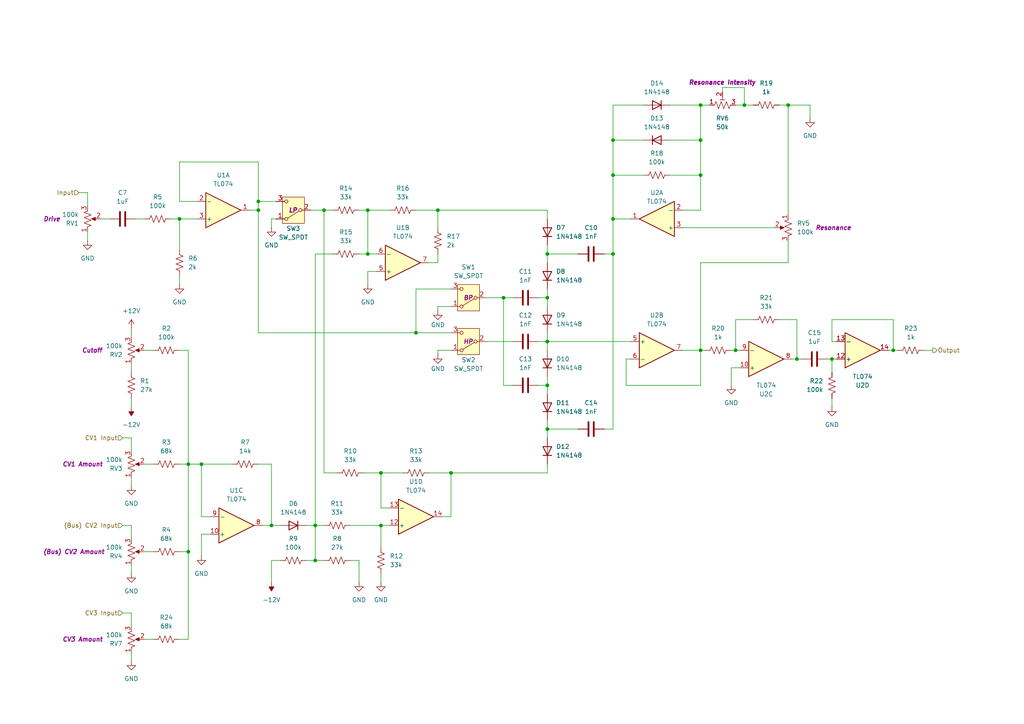
<source format=kicad_sch>
(kicad_sch (version 20231120) (generator "eeschema") (generator_version "8.0")
  (paper "A4")
  (title_block (company "DMH Instruments") (comment 1 "PCB for 10cm Kosmo format synthesizer module"))
  (lib_symbols
    (symbol "Amplifier_Operational:TL074" (pin_names (offset 0.127))
      (property "Reference" "U" (at 0 5.08 0))
      (property "Value" "TL074" (at 0 -5.08 0))
      (symbol "TL074_1_1"
        (polyline (pts (xy -5.08 5.08) (xy 5.08 0) (xy -5.08 -5.08) (xy -5.08 5.08)) (stroke (width 0.254)) (fill (type background)))
        (pin output line (at 7.62 0 180) (length 2.54) (name "~") (number "1"))
        (pin input line (at -7.62 -2.54 0) (length 2.54) (name "-") (number "2"))
        (pin input line (at -7.62 2.54 0) (length 2.54) (name "+") (number "3"))
      )
      (symbol "TL074_2_1"
        (polyline (pts (xy -5.08 5.08) (xy 5.08 0) (xy -5.08 -5.08) (xy -5.08 5.08)) (stroke (width 0.254)) (fill (type background)))
        (pin input line (at -7.62 2.54 0) (length 2.54) (name "+") (number "5"))
        (pin input line (at -7.62 -2.54 0) (length 2.54) (name "-") (number "6"))
        (pin output line (at 7.62 0 180) (length 2.54) (name "~") (number "7"))
      )
      (symbol "TL074_3_1"
        (polyline (pts (xy -5.08 5.08) (xy 5.08 0) (xy -5.08 -5.08) (xy -5.08 5.08)) (stroke (width 0.254)) (fill (type background)))
        (pin input line (at -7.62 2.54 0) (length 2.54) (name "+") (number "10"))
        (pin output line (at 7.62 0 180) (length 2.54) (name "~") (number "8"))
        (pin input line (at -7.62 -2.54 0) (length 2.54) (name "-") (number "9"))
      )
      (symbol "TL074_4_1"
        (polyline (pts (xy -5.08 5.08) (xy 5.08 0) (xy -5.08 -5.08) (xy -5.08 5.08)) (stroke (width 0.254)) (fill (type background)))
        (pin input line (at -7.62 2.54 0) (length 2.54) (name "+") (number "12"))
        (pin input line (at -7.62 -2.54 0) (length 2.54) (name "-") (number "13"))
        (pin output line (at 7.62 0 180) (length 2.54) (name "~") (number "14"))
      )
      (symbol "TL074_5_1"
        (pin power_in line (at -2.54 -7.62 90) (length 3.81) (name "V-") (number "11"))
        (pin power_in line (at -2.54 7.62 270) (length 3.81) (name "V+") (number "4"))
      )
    )
    (symbol "Device:C" (pin_numbers hide) (pin_names (offset 0.254))
      (property "Reference" "C" (at 0.635 2.54 0))
      (property "Value" "C" (at 0.635 -2.54 0))
      (symbol "C_0_1"
        (polyline (pts (xy -2.032 -0.762) (xy 2.032 -0.762)) (stroke (width 0.508)))
        (polyline (pts (xy -2.032 0.762) (xy 2.032 0.762)) (stroke (width 0.508)))
      )
      (symbol "C_1_1"
        (pin passive line (at 0 3.81 270) (length 2.794) (name "~") (number "1"))
        (pin passive line (at 0 -3.81 90) (length 2.794) (name "~") (number "2"))
      )
    )
    (symbol "Device:R_Potentiometer_Trim_US" (pin_names (offset 1.016) hide)
      (property "Reference" "RV" (at -4.445 0 90))
      (property "Value" "R_Potentiometer_Trim_US" (at -2.54 0 90))
      (symbol "R_Potentiometer_Trim_US_0_1"
        (polyline (pts (xy 0 -2.286) (xy 0 -2.54)))
        (polyline (pts (xy 0 2.286) (xy 0 2.54)))
        (polyline (pts (xy 1.524 0.762) (xy 1.524 -0.762)))
        (polyline (pts (xy 2.54 0) (xy 1.524 0)))
        (polyline (pts (xy 0 -0.762) (xy 1.016 -1.143) (xy 0 -1.524) (xy -1.016 -1.905) (xy 0 -2.286)))
        (polyline (pts (xy 0 0.762) (xy 1.016 0.381) (xy 0 0) (xy -1.016 -0.381) (xy 0 -0.762)))
        (polyline (pts (xy 0 2.286) (xy 1.016 1.905) (xy 0 1.524) (xy -1.016 1.143) (xy 0 0.762)))
      )
      (symbol "R_Potentiometer_Trim_US_1_1"
        (pin passive line (at 0 3.81 270) (length 1.27) (name "1") (number "1"))
        (pin passive line (at 3.81 0 180) (length 1.27) (name "2") (number "2"))
        (pin passive line (at 0 -3.81 90) (length 1.27) (name "3") (number "3"))
      )
    )
    (symbol "Device:R_Potentiometer_US" (pin_names (offset 1.016) hide)
      (property "Reference" "RV" (at -4.445 0 90))
      (property "Value" "R_Potentiometer_US" (at -2.54 0 90))
      (symbol "R_Potentiometer_US_0_1"
        (polyline (pts (xy 0 -2.286) (xy 0 -2.54)))
        (polyline (pts (xy 0 2.54) (xy 0 2.286)))
        (polyline (pts (xy 2.54 0) (xy 1.524 0)))
        (polyline (pts (xy 1.143 0) (xy 2.286 0.508) (xy 2.286 -0.508) (xy 1.143 0)) (fill (type outline)))
        (polyline (pts (xy 0 -0.762) (xy 1.016 -1.143) (xy 0 -1.524) (xy -1.016 -1.905) (xy 0 -2.286)))
        (polyline (pts (xy 0 0.762) (xy 1.016 0.381) (xy 0 0) (xy -1.016 -0.381) (xy 0 -0.762)))
        (polyline (pts (xy 0 2.286) (xy 1.016 1.905) (xy 0 1.524) (xy -1.016 1.143) (xy 0 0.762)))
      )
      (symbol "R_Potentiometer_US_1_1"
        (pin passive line (at 0 3.81 270) (length 1.27) (name "1") (number "1"))
        (pin passive line (at 3.81 0 180) (length 1.27) (name "2") (number "2"))
        (pin passive line (at 0 -3.81 90) (length 1.27) (name "3") (number "3"))
      )
    )
    (symbol "Device:R_US" (pin_numbers hide) (pin_names (offset 0))
      (property "Reference" "R" (at 2.54 0 90))
      (property "Value" "R_US" (at -2.54 0 90))
      (symbol "R_US_0_1"
        (polyline (pts (xy 0 -2.286) (xy 0 -2.54)))
        (polyline (pts (xy 0 2.286) (xy 0 2.54)))
        (polyline (pts (xy 0 -0.762) (xy 1.016 -1.143) (xy 0 -1.524) (xy -1.016 -1.905) (xy 0 -2.286)))
        (polyline (pts (xy 0 0.762) (xy 1.016 0.381) (xy 0 0) (xy -1.016 -0.381) (xy 0 -0.762)))
        (polyline (pts (xy 0 2.286) (xy 1.016 1.905) (xy 0 1.524) (xy -1.016 1.143) (xy 0 0.762)))
      )
      (symbol "R_US_1_1"
        (pin passive line (at 0 3.81 270) (length 1.27) (name "~") (number "1"))
        (pin passive line (at 0 -3.81 90) (length 1.27) (name "~") (number "2"))
      )
    )
    (symbol "Diode:1N4148" (pin_numbers hide) (pin_names hide)
      (property "Reference" "D" (at 0 2.54 0))
      (property "Value" "1N4148" (at 0 -2.54 0))
      (symbol "1N4148_0_1"
        (polyline (pts (xy -1.27 1.27) (xy -1.27 -1.27)) (stroke (width 0.254)))
        (polyline (pts (xy 1.27 0) (xy -1.27 0)))
        (polyline (pts (xy 1.27 1.27) (xy 1.27 -1.27) (xy -1.27 0) (xy 1.27 1.27)) (stroke (width 0.254)))
      )
      (symbol "1N4148_1_1"
        (pin passive line (at -3.81 0 0) (length 2.54) (name "K") (number "1"))
        (pin passive line (at 3.81 0 180) (length 2.54) (name "A") (number "2"))
      )
    )
    (symbol "Switch:SW_SPDT" (pin_names (offset 0) hide)
      (property "Reference" "SW" (at 0 5.08 0))
      (property "Value" "SW_SPDT" (at 0 -5.08 0))
      (symbol "SW_SPDT_0_1"
        (circle (center -2.032 0) (radius 0.4572))
        (polyline (pts (xy -1.651 0.254) (xy 1.651 2.286)))
        (circle (center 2.032 -2.54) (radius 0.4572))
        (circle (center 2.032 2.54) (radius 0.4572))
      )
      (symbol "SW_SPDT_1_1"
        (rectangle (start -3.175 3.81) (end 3.175 -3.81) (fill (type background)))
        (pin passive line (at 5.08 2.54 180) (length 2.54) (name "A") (number "1"))
        (pin passive line (at -5.08 0 0) (length 2.54) (name "B") (number "2"))
        (pin passive line (at 5.08 -2.54 180) (length 2.54) (name "C") (number "3"))
      )
    )
    (symbol "power:+12V" (power) (pin_numbers hide) (pin_names (offset 0) hide)
      (property "Value" "+12V" (at 0 3.556 0))
      (symbol "+12V_0_1"
        (polyline (pts (xy -0.762 1.27) (xy 0 2.54)))
        (polyline (pts (xy 0 0) (xy 0 2.54)))
        (polyline (pts (xy 0 2.54) (xy 0.762 1.27)))
      )
      (symbol "+12V_1_1"
        (pin power_in line (at 0 0 90) (length 0) (name "~") (number "1"))
      )
    )
    (symbol "power:-12V" (power) (pin_numbers hide) (pin_names (offset 0) hide)
      (property "Value" "-12V" (at 0 3.556 0))
      (symbol "-12V_0_0"
        (pin power_in line (at 0 0 90) (length 0) (name "~") (number "1"))
      )
      (symbol "-12V_0_1"
        (polyline (pts (xy 0 0) (xy 0 1.27) (xy 0.762 1.27) (xy 0 2.54) (xy -0.762 1.27) (xy 0 1.27)) (fill (type outline)))
      )
    )
    (symbol "power:GND" (power) (pin_numbers hide) (pin_names (offset 0) hide)
      (property "Value" "GND" (at 0 -3.81 0))
      (symbol "GND_0_1"
        (polyline (pts (xy 0 0) (xy 0 -1.27) (xy 1.27 -1.27) (xy 0 -2.54) (xy -1.27 -1.27) (xy 0 -1.27)))
      )
      (symbol "GND_1_1"
        (pin power_in line (at 0 0 270) (length 0) (name "~") (number "1"))
      )
    )
  )
  (junction (at 110.49 137.16))
  (junction (at 74.93 58.42))
  (junction (at 213.36 101.6))
  (junction (at 241.3 104.14))
  (junction (at 177.8 63.5))
  (junction (at 110.49 152.4))
  (junction (at 231.14 104.14))
  (junction (at 259.08 101.6))
  (junction (at 177.8 50.8))
  (junction (at 228.6 30.48))
  (junction (at 177.8 40.64))
  (junction (at 106.68 73.66))
  (junction (at 58.42 134.62))
  (junction (at 52.07 63.5))
  (junction (at 203.2 30.48))
  (junction (at 74.93 60.96))
  (junction (at 130.81 137.16))
  (junction (at 54.61 160.02))
  (junction (at 93.98 60.96))
  (junction (at 158.75 124.46))
  (junction (at 203.2 40.64))
  (junction (at 54.61 134.62))
  (junction (at 158.75 99.06))
  (junction (at 158.75 73.66))
  (junction (at 158.75 111.76))
  (junction (at 78.74 152.4))
  (junction (at 91.44 152.4))
  (junction (at 203.2 101.6))
  (junction (at 177.8 73.66))
  (junction (at 146.05 86.36))
  (junction (at 120.65 96.52))
  (junction (at 203.2 50.8))
  (junction (at 106.68 60.96))
  (junction (at 91.44 162.56))
  (junction (at 215.9 30.48))
  (junction (at 158.75 86.36))
  (junction (at 127 60.96))
  (wire (pts (xy 203.2 30.48) (xy 205.74 30.48)))
  (wire (pts (xy 120.65 83.82) (xy 130.81 83.82)))
  (wire (pts (xy 78.74 162.56) (xy 78.74 168.91)))
  (wire (pts (xy 106.68 60.96) (xy 106.68 73.66)))
  (wire (pts (xy 241.3 115.57) (xy 241.3 118.11)))
  (wire (pts (xy 29.21 63.5) (xy 31.75 63.5)))
  (wire (pts (xy 54.61 134.62) (xy 58.42 134.62)))
  (wire (pts (xy 156.21 111.76) (xy 158.75 111.76)))
  (wire (pts (xy 35.56 152.4) (xy 38.1 152.4)))
  (wire (pts (xy 25.4 55.88) (xy 25.4 59.69)))
  (wire (pts (xy 38.1 138.43) (xy 38.1 140.97)))
  (wire (pts (xy 106.68 73.66) (xy 109.22 73.66)))
  (wire (pts (xy 52.07 185.42) (xy 54.61 185.42)))
  (wire (pts (xy 130.81 96.52) (xy 120.65 96.52)))
  (wire (pts (xy 91.44 152.4) (xy 91.44 162.56)))
  (wire (pts (xy 52.07 63.5) (xy 57.15 63.5)))
  (wire (pts (xy 186.69 50.8) (xy 177.8 50.8)))
  (wire (pts (xy 259.08 101.6) (xy 257.81 101.6)))
  (wire (pts (xy 213.36 92.71) (xy 213.36 101.6)))
  (wire (pts (xy 130.81 149.86) (xy 128.27 149.86)))
  (wire (pts (xy 158.75 96.52) (xy 158.75 99.06)))
  (wire (pts (xy 175.26 124.46) (xy 177.8 124.46)))
  (wire (pts (xy 158.75 83.82) (xy 158.75 86.36)))
  (wire (pts (xy 231.14 104.14) (xy 232.41 104.14)))
  (wire (pts (xy 67.31 134.62) (xy 58.42 134.62)))
  (wire (pts (xy 209.55 25.4) (xy 215.9 25.4)))
  (wire (pts (xy 130.81 137.16) (xy 130.81 149.86)))
  (wire (pts (xy 215.9 30.48) (xy 218.44 30.48)))
  (wire (pts (xy 158.75 111.76) (xy 158.75 114.3)))
  (wire (pts (xy 109.22 78.74) (xy 106.68 78.74)))
  (wire (pts (xy 104.14 162.56) (xy 104.14 168.91)))
  (wire (pts (xy 203.2 30.48) (xy 203.2 40.64)))
  (wire (pts (xy 228.6 30.48) (xy 234.95 30.48)))
  (wire (pts (xy 203.2 40.64) (xy 203.2 50.8)))
  (wire (pts (xy 80.01 63.5) (xy 78.74 63.5)))
  (wire (pts (xy 120.65 96.52) (xy 120.65 83.82)))
  (wire (pts (xy 177.8 50.8) (xy 177.8 63.5)))
  (wire (pts (xy 241.3 104.14) (xy 242.57 104.14)))
  (wire (pts (xy 52.07 58.42) (xy 57.15 58.42)))
  (wire (pts (xy 212.09 101.6) (xy 213.36 101.6)))
  (wire (pts (xy 58.42 154.94) (xy 58.42 161.29)))
  (wire (pts (xy 25.4 67.31) (xy 25.4 69.85)))
  (wire (pts (xy 74.93 134.62) (xy 78.74 134.62)))
  (wire (pts (xy 240.03 104.14) (xy 241.3 104.14)))
  (wire (pts (xy 259.08 101.6) (xy 260.35 101.6)))
  (wire (pts (xy 72.39 60.96) (xy 74.93 60.96)))
  (wire (pts (xy 110.49 152.4) (xy 113.03 152.4)))
  (wire (pts (xy 58.42 134.62) (xy 58.42 149.86)))
  (wire (pts (xy 140.97 99.06) (xy 148.59 99.06)))
  (wire (pts (xy 120.65 60.96) (xy 127 60.96)))
  (wire (pts (xy 181.61 111.76) (xy 203.2 111.76)))
  (wire (pts (xy 167.64 73.66) (xy 158.75 73.66)))
  (wire (pts (xy 231.14 92.71) (xy 231.14 104.14)))
  (wire (pts (xy 158.75 99.06) (xy 182.88 99.06)))
  (wire (pts (xy 182.88 63.5) (xy 177.8 63.5)))
  (wire (pts (xy 198.12 101.6) (xy 203.2 101.6)))
  (wire (pts (xy 38.1 115.57) (xy 38.1 118.11)))
  (wire (pts (xy 146.05 86.36) (xy 146.05 111.76)))
  (wire (pts (xy 78.74 152.4) (xy 76.2 152.4)))
  (wire (pts (xy 228.6 69.85) (xy 228.6 76.2)))
  (wire (pts (xy 78.74 152.4) (xy 81.28 152.4)))
  (wire (pts (xy 156.21 86.36) (xy 158.75 86.36)))
  (wire (pts (xy 35.56 127) (xy 38.1 127)))
  (wire (pts (xy 41.91 160.02) (xy 44.45 160.02)))
  (wire (pts (xy 52.07 46.99) (xy 52.07 58.42)))
  (wire (pts (xy 229.87 104.14) (xy 231.14 104.14)))
  (wire (pts (xy 74.93 46.99) (xy 52.07 46.99)))
  (wire (pts (xy 241.3 104.14) (xy 241.3 107.95)))
  (wire (pts (xy 93.98 60.96) (xy 96.52 60.96)))
  (wire (pts (xy 54.61 160.02) (xy 54.61 185.42)))
  (wire (pts (xy 203.2 101.6) (xy 204.47 101.6)))
  (wire (pts (xy 78.74 134.62) (xy 78.74 152.4)))
  (wire (pts (xy 215.9 25.4) (xy 215.9 30.48)))
  (wire (pts (xy 213.36 101.6) (xy 214.63 101.6)))
  (wire (pts (xy 52.07 134.62) (xy 54.61 134.62)))
  (wire (pts (xy 181.61 104.14) (xy 181.61 111.76)))
  (wire (pts (xy 186.69 30.48) (xy 177.8 30.48)))
  (wire (pts (xy 127 88.9) (xy 130.81 88.9)))
  (wire (pts (xy 105.41 137.16) (xy 110.49 137.16)))
  (wire (pts (xy 203.2 111.76) (xy 203.2 101.6)))
  (wire (pts (xy 74.93 58.42) (xy 74.93 46.99)))
  (wire (pts (xy 110.49 152.4) (xy 110.49 158.75)))
  (wire (pts (xy 218.44 92.71) (xy 213.36 92.71)))
  (wire (pts (xy 101.6 152.4) (xy 110.49 152.4)))
  (wire (pts (xy 234.95 30.48) (xy 234.95 34.29)))
  (wire (pts (xy 81.28 162.56) (xy 78.74 162.56)))
  (wire (pts (xy 127 90.17) (xy 127 88.9)))
  (wire (pts (xy 127 60.96) (xy 127 66.04)))
  (wire (pts (xy 158.75 137.16) (xy 130.81 137.16)))
  (wire (pts (xy 54.61 134.62) (xy 54.61 160.02)))
  (wire (pts (xy 146.05 111.76) (xy 148.59 111.76)))
  (wire (pts (xy 203.2 60.96) (xy 198.12 60.96)))
  (wire (pts (xy 214.63 106.68) (xy 212.09 106.68)))
  (wire (pts (xy 158.75 60.96) (xy 127 60.96)))
  (wire (pts (xy 91.44 152.4) (xy 93.98 152.4)))
  (wire (pts (xy 226.06 92.71) (xy 231.14 92.71)))
  (wire (pts (xy 127 101.6) (xy 127 102.87)))
  (wire (pts (xy 158.75 86.36) (xy 158.75 88.9)))
  (wire (pts (xy 267.97 101.6) (xy 270.51 101.6)))
  (wire (pts (xy 177.8 73.66) (xy 177.8 124.46)))
  (wire (pts (xy 35.56 177.8) (xy 38.1 177.8)))
  (wire (pts (xy 213.36 30.48) (xy 215.9 30.48)))
  (wire (pts (xy 54.61 101.6) (xy 54.61 134.62)))
  (wire (pts (xy 106.68 60.96) (xy 113.03 60.96)))
  (wire (pts (xy 52.07 101.6) (xy 54.61 101.6)))
  (wire (pts (xy 124.46 76.2) (xy 127 76.2)))
  (wire (pts (xy 104.14 60.96) (xy 106.68 60.96)))
  (wire (pts (xy 88.9 162.56) (xy 91.44 162.56)))
  (wire (pts (xy 198.12 66.04) (xy 224.79 66.04)))
  (wire (pts (xy 140.97 86.36) (xy 146.05 86.36)))
  (wire (pts (xy 158.75 99.06) (xy 158.75 101.6)))
  (wire (pts (xy 38.1 105.41) (xy 38.1 107.95)))
  (wire (pts (xy 110.49 137.16) (xy 116.84 137.16)))
  (wire (pts (xy 181.61 104.14) (xy 182.88 104.14)))
  (wire (pts (xy 91.44 162.56) (xy 93.98 162.56)))
  (wire (pts (xy 228.6 76.2) (xy 203.2 76.2)))
  (wire (pts (xy 156.21 99.06) (xy 158.75 99.06)))
  (wire (pts (xy 49.53 63.5) (xy 52.07 63.5)))
  (wire (pts (xy 242.57 99.06) (xy 241.3 99.06)))
  (wire (pts (xy 127 76.2) (xy 127 73.66)))
  (wire (pts (xy 110.49 137.16) (xy 110.49 147.32)))
  (wire (pts (xy 228.6 30.48) (xy 228.6 62.23)))
  (wire (pts (xy 177.8 63.5) (xy 177.8 73.66)))
  (wire (pts (xy 22.86 55.88) (xy 25.4 55.88)))
  (wire (pts (xy 194.31 30.48) (xy 203.2 30.48)))
  (wire (pts (xy 158.75 109.22) (xy 158.75 111.76)))
  (wire (pts (xy 91.44 73.66) (xy 91.44 152.4)))
  (wire (pts (xy 90.17 60.96) (xy 93.98 60.96)))
  (wire (pts (xy 96.52 73.66) (xy 91.44 73.66)))
  (wire (pts (xy 124.46 137.16) (xy 130.81 137.16)))
  (wire (pts (xy 41.91 101.6) (xy 44.45 101.6)))
  (wire (pts (xy 241.3 92.71) (xy 259.08 92.71)))
  (wire (pts (xy 194.31 50.8) (xy 203.2 50.8)))
  (wire (pts (xy 175.26 73.66) (xy 177.8 73.66)))
  (wire (pts (xy 186.69 40.64) (xy 177.8 40.64)))
  (wire (pts (xy 78.74 63.5) (xy 78.74 66.04)))
  (wire (pts (xy 38.1 152.4) (xy 38.1 156.21)))
  (wire (pts (xy 74.93 96.52) (xy 120.65 96.52)))
  (wire (pts (xy 101.6 162.56) (xy 104.14 162.56)))
  (wire (pts (xy 52.07 80.01) (xy 52.07 82.55)))
  (wire (pts (xy 39.37 63.5) (xy 41.91 63.5)))
  (wire (pts (xy 158.75 63.5) (xy 158.75 60.96)))
  (wire (pts (xy 148.59 86.36) (xy 146.05 86.36)))
  (wire (pts (xy 177.8 30.48) (xy 177.8 40.64)))
  (wire (pts (xy 93.98 137.16) (xy 97.79 137.16)))
  (wire (pts (xy 38.1 163.83) (xy 38.1 166.37)))
  (wire (pts (xy 177.8 40.64) (xy 177.8 50.8)))
  (wire (pts (xy 158.75 73.66) (xy 158.75 76.2)))
  (wire (pts (xy 74.93 60.96) (xy 74.93 58.42)))
  (wire (pts (xy 58.42 149.86) (xy 60.96 149.86)))
  (wire (pts (xy 106.68 78.74) (xy 106.68 82.55)))
  (wire (pts (xy 110.49 166.37) (xy 110.49 168.91)))
  (wire (pts (xy 52.07 63.5) (xy 52.07 72.39)))
  (wire (pts (xy 60.96 154.94) (xy 58.42 154.94)))
  (wire (pts (xy 241.3 99.06) (xy 241.3 92.71)))
  (wire (pts (xy 158.75 121.92) (xy 158.75 124.46)))
  (wire (pts (xy 158.75 71.12) (xy 158.75 73.66)))
  (wire (pts (xy 52.07 160.02) (xy 54.61 160.02)))
  (wire (pts (xy 259.08 92.71) (xy 259.08 101.6)))
  (wire (pts (xy 130.81 101.6) (xy 127 101.6)))
  (wire (pts (xy 41.91 185.42) (xy 44.45 185.42)))
  (wire (pts (xy 104.14 73.66) (xy 106.68 73.66)))
  (wire (pts (xy 38.1 189.23) (xy 38.1 191.77)))
  (wire (pts (xy 41.91 134.62) (xy 44.45 134.62)))
  (wire (pts (xy 158.75 134.62) (xy 158.75 137.16)))
  (wire (pts (xy 110.49 147.32) (xy 113.03 147.32)))
  (wire (pts (xy 158.75 124.46) (xy 158.75 127)))
  (wire (pts (xy 203.2 50.8) (xy 203.2 60.96)))
  (wire (pts (xy 38.1 127) (xy 38.1 130.81)))
  (wire (pts (xy 74.93 60.96) (xy 74.93 96.52)))
  (wire (pts (xy 38.1 95.25) (xy 38.1 97.79)))
  (wire (pts (xy 88.9 152.4) (xy 91.44 152.4)))
  (wire (pts (xy 194.31 40.64) (xy 203.2 40.64)))
  (wire (pts (xy 93.98 60.96) (xy 93.98 137.16)))
  (wire (pts (xy 209.55 26.67) (xy 209.55 25.4)))
  (wire (pts (xy 158.75 124.46) (xy 167.64 124.46)))
  (wire (pts (xy 74.93 58.42) (xy 80.01 58.42)))
  (wire (pts (xy 212.09 106.68) (xy 212.09 111.76)))
  (wire (pts (xy 226.06 30.48) (xy 228.6 30.48)))
  (wire (pts (xy 203.2 76.2) (xy 203.2 101.6)))
  (wire (pts (xy 38.1 177.8) (xy 38.1 181.61)))
  (hierarchical_label "CV3 Input" (shape input) (at 35.56 177.8 180))
  (hierarchical_label "Output" (shape output) (at 270.51 101.6 0))
  (hierarchical_label "(Bus) CV2 Input" (shape input) (at 35.56 152.4 180))
  (hierarchical_label "CV1 Input" (shape input) (at 35.56 127 180))
  (hierarchical_label "Input" (shape input) (at 22.86 55.88 180))
  (symbol (lib_id "Device:R_US") (at 85.09 162.56 90) (unit 1) (on_board no)
    (property "Reference" "R9" (at 85.09 156.21 90))
    (property "Value" "100k" (at 85.09 158.75 90))
    (property "Footprint" "Resistor_THT:R_Axial_DIN0207_L6.3mm_D2.5mm_P7.62mm_Horizontal" (effects (hide yes)))
    (property "Description" "Resistor, US symbol" (effects (hide yes)))
  )
  (symbol (lib_id "power:-12V") (at 78.74 168.91 180) (unit 1) (on_board no)
    (property "Reference" "#PWR027" (effects (hide yes)))
    (property "Value" "-12V" (at 78.74 173.99 0))
    (property "Description" "Power symbol creates a global label with name \"-12V\"" (effects (hide yes)))
  )
  (symbol (lib_id "Device:C") (at 152.4 99.06 90) (unit 1) (on_board no)
    (property "Reference" "C12" (at 152.4 91.44 90))
    (property "Value" "1nF" (at 152.4 93.98 90))
    (property "Footprint" "Capacitor_THT:C_Disc_D4.3mm_W1.9mm_P5.00mm" (effects (hide yes)))
    (property "Description" "Unpolarized capacitor" (effects (hide yes)))
  )
  (symbol (lib_id "Device:R_US") (at 48.26 101.6 90) (unit 1) (on_board no)
    (property "Reference" "R2" (at 48.26 95.25 90))
    (property "Value" "100k" (at 48.26 97.79 90))
    (property "Footprint" "Resistor_THT:R_Axial_DIN0207_L6.3mm_D2.5mm_P7.62mm_Horizontal" (effects (hide yes)))
    (property "Description" "Resistor, US symbol" (effects (hide yes)))
  )
  (symbol (lib_id "Device:R_US") (at 48.26 185.42 90) (unit 1) (on_board no)
    (property "Reference" "R24" (at 48.26 179.07 90))
    (property "Value" "68k" (at 48.26 181.61 90))
    (property "Footprint" "Resistor_THT:R_Axial_DIN0207_L6.3mm_D2.5mm_P7.62mm_Horizontal" (effects (hide yes)))
    (property "Description" "Resistor, US symbol" (effects (hide yes)))
  )
  (symbol (lib_id "Device:R_US") (at 52.07 76.2 180) (unit 1) (on_board no)
    (property "Reference" "R6" (at 54.61 74.9299 0) (effects (justify right)))
    (property "Value" "2k" (at 54.61 77.4699 0) (effects (justify right)))
    (property "Footprint" "Resistor_THT:R_Axial_DIN0207_L6.3mm_D2.5mm_P7.62mm_Horizontal" (effects (hide yes)))
    (property "Description" "Resistor, US symbol" (effects (hide yes)))
  )
  (symbol (lib_id "Device:R_US") (at 127 69.85 180) (unit 1) (on_board no)
    (property "Reference" "R17" (at 129.54 68.5799 0) (effects (justify right)))
    (property "Value" "2k" (at 129.54 71.1199 0) (effects (justify right)))
    (property "Footprint" "Resistor_THT:R_Axial_DIN0207_L6.3mm_D2.5mm_P7.62mm_Horizontal" (effects (hide yes)))
    (property "Description" "Resistor, US symbol" (effects (hide yes)))
  )
  (symbol (lib_id "Device:R_US") (at 100.33 73.66 90) (unit 1) (on_board no)
    (property "Reference" "R15" (at 100.33 67.31 90))
    (property "Value" "33k" (at 100.33 69.85 90))
    (property "Footprint" "Resistor_THT:R_Axial_DIN0207_L6.3mm_D2.5mm_P7.62mm_Horizontal" (effects (hide yes)))
    (property "Description" "Resistor, US symbol" (effects (hide yes)))
  )
  (symbol (lib_id "power:GND") (at 241.3 118.11 0) (unit 1) (on_board no)
    (property "Reference" "#PWR033" (effects (hide yes)))
    (property "Value" "GND" (at 241.3 123.19 0))
    (property "Description" "Power symbol creates a global label with name \"GND\" , ground" (effects (hide yes)))
  )
  (symbol (lib_id "power:GND") (at 38.1 166.37 0) (unit 1) (on_board no)
    (property "Reference" "#PWR021" (effects (hide yes)))
    (property "Value" "GND" (at 38.1 171.45 0))
    (property "Description" "Power symbol creates a global label with name \"GND\" , ground" (effects (hide yes)))
  )
  (symbol (lib_id "Device:C") (at 152.4 111.76 90) (unit 1) (on_board no)
    (property "Reference" "C13" (at 152.4 104.14 90))
    (property "Value" "1nF" (at 152.4 106.68 90))
    (property "Footprint" "Capacitor_THT:C_Disc_D4.3mm_W1.9mm_P5.00mm" (effects (hide yes)))
    (property "Description" "Unpolarized capacitor" (effects (hide yes)))
  )
  (symbol (lib_id "Device:R_US") (at 71.12 134.62 90) (unit 1) (on_board no)
    (property "Reference" "R7" (at 71.12 128.27 90))
    (property "Value" "14k" (at 71.12 130.81 90))
    (property "Footprint" "Resistor_THT:R_Axial_DIN0207_L6.3mm_D2.5mm_P7.62mm_Horizontal" (effects (hide yes)))
    (property "Description" "Resistor, US symbol" (effects (hide yes)))
  )
  (symbol (lib_id "Device:C") (at 35.56 63.5 90) (unit 1) (on_board no)
    (property "Reference" "C7" (at 35.56 55.88 90))
    (property "Value" "1uF" (at 35.56 58.42 90))
    (property "Footprint" "Capacitor_THT:C_Disc_D4.3mm_W1.9mm_P5.00mm" (effects (hide yes)))
    (property "Description" "Unpolarized capacitor" (effects (hide yes)))
  )
  (symbol (lib_id "power:+12V") (at 38.1 95.25 0) (unit 1) (on_board no)
    (property "Reference" "#PWR023" (effects (hide yes)))
    (property "Value" "+12V" (at 38.1 90.17 0))
    (property "Description" "Power symbol creates a global label with name \"+12V\"" (effects (hide yes)))
  )
  (symbol (lib_id "Device:C") (at 152.4 86.36 90) (unit 1) (on_board no)
    (property "Reference" "C11" (at 152.4 78.74 90))
    (property "Value" "1nF" (at 152.4 81.28 90))
    (property "Footprint" "Capacitor_THT:C_Disc_D4.3mm_W1.9mm_P5.00mm" (effects (hide yes)))
    (property "Description" "Unpolarized capacitor" (effects (hide yes)))
  )
  (symbol (lib_id "Switch:SW_SPDT") (at 135.89 86.36 180) (unit 1) (on_board no)
    (property "Reference" "SW1" (at 135.89 77.47 0))
    (property "Value" "SW_SPDT" (at 135.89 80.01 0))
    (property "Footprint" "SynthStuff:Toggle_Switch_THT" (effects (hide yes)))
    (property "Description" "Switch, single pole double throw" (effects (hide yes)))
    (property "Function" "BP" (at 135.89 86.36 0) (effects (font (thickness 0.254) (bold yes) (italic yes))))
  )
  (symbol (lib_id "Device:R_US") (at 38.1 111.76 0) (unit 1) (on_board no)
    (property "Reference" "R1" (at 40.64 110.4899 0) (effects (justify left)))
    (property "Value" "27k" (at 40.64 113.0299 0) (effects (justify left)))
    (property "Footprint" "Resistor_THT:R_Axial_DIN0207_L6.3mm_D2.5mm_P7.62mm_Horizontal" (effects (hide yes)))
    (property "Description" "Resistor, US symbol" (effects (hide yes)))
  )
  (symbol (lib_id "Device:R_Potentiometer_US") (at 38.1 101.6 0) (mirror x) (unit 1) (on_board no)
    (property "Reference" "RV2" (at 35.56 102.8701 0) (effects (justify right)))
    (property "Value" "100k" (at 35.56 100.3301 0) (effects (justify right)))
    (property "Footprint" "SynthStuff:Potentiometer_Alpha_RD901F-40-00D_Single_Vertical" (effects (hide yes)))
    (property "Description" "Potentiometer, US symbol" (effects (hide yes)))
    (property "Function" "Cutoff" (at 26.67 101.6 0) (effects (font (thickness 0.254) (bold yes) (italic yes))))
  )
  (symbol (lib_id "Amplifier_Operational:TL074") (at 68.58 152.4 0) (mirror x) (unit 3) (on_board no)
    (property "Reference" "U1" (at 68.58 142.24 0))
    (property "Value" "TL074" (at 68.58 144.78 0))
    (property "Footprint" "Package_DIP:DIP-14_W7.62mm_Socket" (effects (hide yes)))
    (property "Datasheet" "http://www.ti.com/lit/ds/symlink/tl071.pdf" (effects (hide yes)))
    (property "Description" "Quad Low-Noise JFET-Input Operational Amplifiers, DIP-14/SOIC-14" (effects (hide yes)))
  )
  (symbol (lib_id "power:GND") (at 58.42 161.29 0) (unit 1) (on_board no)
    (property "Reference" "#PWR025" (effects (hide yes)))
    (property "Value" "GND" (at 58.42 166.37 0))
    (property "Description" "Power symbol creates a global label with name \"GND\" , ground" (effects (hide yes)))
  )
  (symbol (lib_id "Device:C") (at 171.45 73.66 90) (unit 1) (on_board no)
    (property "Reference" "C10" (at 171.45 66.04 90))
    (property "Value" "1nF" (at 171.45 68.58 90))
    (property "Footprint" "Capacitor_THT:C_Disc_D4.3mm_W1.9mm_P5.00mm" (effects (hide yes)))
    (property "Description" "Unpolarized capacitor" (effects (hide yes)))
  )
  (symbol (lib_id "Amplifier_Operational:TL074") (at 190.5 63.5 180) (unit 1) (on_board no)
    (property "Reference" "U2" (at 190.5 55.88 0))
    (property "Value" "TL074" (at 190.5 58.42 0))
    (property "Footprint" "Package_DIP:DIP-14_W7.62mm_Socket" (effects (hide yes)))
    (property "Datasheet" "http://www.ti.com/lit/ds/symlink/tl071.pdf" (effects (hide yes)))
    (property "Description" "Quad Low-Noise JFET-Input Operational Amplifiers, DIP-14/SOIC-14" (effects (hide yes)))
  )
  (symbol (lib_id "Device:R_US") (at 48.26 160.02 90) (unit 1) (on_board no)
    (property "Reference" "R4" (at 48.26 153.67 90))
    (property "Value" "68k" (at 48.26 156.21 90))
    (property "Footprint" "Resistor_THT:R_Axial_DIN0207_L6.3mm_D2.5mm_P7.62mm_Horizontal" (effects (hide yes)))
    (property "Description" "Resistor, US symbol" (effects (hide yes)))
  )
  (symbol (lib_id "Diode:1N4148") (at 190.5 30.48 180) (unit 1) (on_board no)
    (property "Reference" "D14" (at 190.5 24.13 0))
    (property "Value" "1N4148" (at 190.5 26.67 0))
    (property "Footprint" "Diode_THT:D_DO-35_SOD27_P7.62mm_Horizontal" (effects (hide yes)))
    (property "Datasheet" "https://assets.nexperia.com/documents/data-sheet/1N4148_1N4448.pdf" (effects (hide yes)))
    (property "Description" "100V 0.15A standard switching diode, DO-35" (effects (hide yes)))
    (property "Sim.Device" "D" (effects (hide yes)))
    (property "Sim.Pins" "1=K 2=A" (effects (hide yes)))
  )
  (symbol (lib_id "Device:R_US") (at 101.6 137.16 90) (unit 1) (on_board no)
    (property "Reference" "R10" (at 101.6 130.81 90))
    (property "Value" "33k" (at 101.6 133.35 90))
    (property "Footprint" "Resistor_THT:R_Axial_DIN0207_L6.3mm_D2.5mm_P7.62mm_Horizontal" (effects (hide yes)))
    (property "Description" "Resistor, US symbol" (effects (hide yes)))
  )
  (symbol (lib_id "Device:R_US") (at 110.49 162.56 180) (unit 1) (on_board no)
    (property "Reference" "R12" (at 113.03 161.2899 0) (effects (justify right)))
    (property "Value" "33k" (at 113.03 163.8299 0) (effects (justify right)))
    (property "Footprint" "Resistor_THT:R_Axial_DIN0207_L6.3mm_D2.5mm_P7.62mm_Horizontal" (effects (hide yes)))
    (property "Description" "Resistor, US symbol" (effects (hide yes)))
  )
  (symbol (lib_id "Diode:1N4148") (at 158.75 67.31 90) (unit 1) (on_board no)
    (property "Reference" "D7" (at 161.29 66.0399 90) (effects (justify right)))
    (property "Value" "1N4148" (at 161.29 68.5799 90) (effects (justify right)))
    (property "Footprint" "Diode_THT:D_DO-35_SOD27_P7.62mm_Horizontal" (effects (hide yes)))
    (property "Datasheet" "https://assets.nexperia.com/documents/data-sheet/1N4148_1N4448.pdf" (effects (hide yes)))
    (property "Description" "100V 0.15A standard switching diode, DO-35" (effects (hide yes)))
    (property "Sim.Device" "D" (effects (hide yes)))
    (property "Sim.Pins" "1=K 2=A" (effects (hide yes)))
  )
  (symbol (lib_id "power:-12V") (at 38.1 118.11 180) (unit 1) (on_board no)
    (property "Reference" "#PWR022" (effects (hide yes)))
    (property "Value" "-12V" (at 38.1 123.19 0))
    (property "Description" "Power symbol creates a global label with name \"-12V\"" (effects (hide yes)))
  )
  (symbol (lib_id "Device:R_Potentiometer_Trim_US") (at 209.55 30.48 90) (unit 1) (on_board no)
    (property "Reference" "RV6" (at 209.55 34.29 90))
    (property "Value" "50k" (at 209.55 36.83 90))
    (property "Footprint" "Potentiometer_THT:Potentiometer_Bourns_3296W_Vertical" (effects (hide yes)))
    (property "Description" "Trim-potentiometer, US symbol" (effects (hide yes)))
    (property "Function" "Resonance Intensity" (at 209.55 23.876 90) (effects (font (thickness 0.254) (bold yes) (italic yes))))
  )
  (symbol (lib_id "Amplifier_Operational:TL074") (at 250.19 101.6 0) (mirror x) (unit 4) (on_board no)
    (property "Reference" "U2" (at 250.19 111.76 0))
    (property "Value" "TL074" (at 250.19 109.22 0))
    (property "Footprint" "Package_DIP:DIP-14_W7.62mm_Socket" (effects (hide yes)))
    (property "Datasheet" "http://www.ti.com/lit/ds/symlink/tl071.pdf" (effects (hide yes)))
    (property "Description" "Quad Low-Noise JFET-Input Operational Amplifiers, DIP-14/SOIC-14" (effects (hide yes)))
  )
  (symbol (lib_id "Device:R_US") (at 97.79 152.4 90) (unit 1) (on_board no)
    (property "Reference" "R11" (at 97.79 146.05 90))
    (property "Value" "33k" (at 97.79 148.59 90))
    (property "Footprint" "Resistor_THT:R_Axial_DIN0207_L6.3mm_D2.5mm_P7.62mm_Horizontal" (effects (hide yes)))
    (property "Description" "Resistor, US symbol" (effects (hide yes)))
  )
  (symbol (lib_id "power:GND") (at 38.1 191.77 0) (unit 1) (on_board no)
    (property "Reference" "#PWR034" (effects (hide yes)))
    (property "Value" "GND" (at 38.1 196.85 0))
    (property "Description" "Power symbol creates a global label with name \"GND\" , ground" (effects (hide yes)))
  )
  (symbol (lib_id "Device:R_Potentiometer_US") (at 25.4 63.5 0) (mirror x) (unit 1) (on_board no)
    (property "Reference" "RV1" (at 22.86 64.7701 0) (effects (justify right)))
    (property "Value" "100k" (at 22.86 62.2301 0) (effects (justify right)))
    (property "Footprint" "SynthStuff:Potentiometer_Alpha_RD901F-40-00D_Single_Vertical" (effects (hide yes)))
    (property "Description" "Potentiometer, US symbol" (effects (hide yes)))
    (property "Function" "Drive" (at 14.986 63.5 0) (effects (font (thickness 0.254) (bold yes) (italic yes))))
  )
  (symbol (lib_id "Switch:SW_SPDT") (at 135.89 99.06 180) (unit 1) (on_board no)
    (property "Reference" "SW2" (at 135.89 104.394 0))
    (property "Value" "SW_SPDT" (at 135.89 106.934 0))
    (property "Footprint" "SynthStuff:Toggle_Switch_THT" (effects (hide yes)))
    (property "Description" "Switch, single pole double throw" (effects (hide yes)))
    (property "Function" "HP" (at 135.89 99.06 0) (effects (font (thickness 0.254) (bold yes) (italic yes))))
  )
  (symbol (lib_id "Device:R_US") (at 97.79 162.56 90) (unit 1) (on_board no)
    (property "Reference" "R8" (at 97.79 156.21 90))
    (property "Value" "27k" (at 97.79 158.75 90))
    (property "Footprint" "Resistor_THT:R_Axial_DIN0207_L6.3mm_D2.5mm_P7.62mm_Horizontal" (effects (hide yes)))
    (property "Description" "Resistor, US symbol" (effects (hide yes)))
  )
  (symbol (lib_id "Diode:1N4148") (at 85.09 152.4 180) (unit 1) (on_board no)
    (property "Reference" "D6" (at 85.09 146.05 0))
    (property "Value" "1N4148" (at 85.09 148.59 0))
    (property "Footprint" "Diode_THT:D_DO-35_SOD27_P7.62mm_Horizontal" (effects (hide yes)))
    (property "Datasheet" "https://assets.nexperia.com/documents/data-sheet/1N4148_1N4448.pdf" (effects (hide yes)))
    (property "Description" "100V 0.15A standard switching diode, DO-35" (effects (hide yes)))
    (property "Sim.Device" "D" (effects (hide yes)))
    (property "Sim.Pins" "1=K 2=A" (effects (hide yes)))
  )
  (symbol (lib_id "power:GND") (at 127 90.17 0) (unit 1) (on_board no)
    (property "Reference" "#PWR035" (effects (hide yes)))
    (property "Value" "GND" (at 127 94.234 0))
    (property "Description" "Power symbol creates a global label with name \"GND\" , ground" (effects (hide yes)))
  )
  (symbol (lib_id "Amplifier_Operational:TL074") (at 222.25 104.14 0) (mirror x) (unit 3) (on_board no)
    (property "Reference" "U2" (at 222.25 114.3 0))
    (property "Value" "TL074" (at 222.25 111.76 0))
    (property "Footprint" "Package_DIP:DIP-14_W7.62mm_Socket" (effects (hide yes)))
    (property "Datasheet" "http://www.ti.com/lit/ds/symlink/tl071.pdf" (effects (hide yes)))
    (property "Description" "Quad Low-Noise JFET-Input Operational Amplifiers, DIP-14/SOIC-14" (effects (hide yes)))
  )
  (symbol (lib_id "Diode:1N4148") (at 158.75 118.11 90) (unit 1) (on_board no)
    (property "Reference" "D11" (at 161.29 116.8399 90) (effects (justify right)))
    (property "Value" "1N4148" (at 161.29 119.3799 90) (effects (justify right)))
    (property "Footprint" "Diode_THT:D_DO-35_SOD27_P7.62mm_Horizontal" (effects (hide yes)))
    (property "Datasheet" "https://assets.nexperia.com/documents/data-sheet/1N4148_1N4448.pdf" (effects (hide yes)))
    (property "Description" "100V 0.15A standard switching diode, DO-35" (effects (hide yes)))
    (property "Sim.Device" "D" (effects (hide yes)))
    (property "Sim.Pins" "1=K 2=A" (effects (hide yes)))
  )
  (symbol (lib_id "power:GND") (at 106.68 82.55 0) (unit 1) (on_board no)
    (property "Reference" "#PWR029" (effects (hide yes)))
    (property "Value" "GND" (at 106.68 87.63 0))
    (property "Description" "Power symbol creates a global label with name \"GND\" , ground" (effects (hide yes)))
  )
  (symbol (lib_id "Device:R_US") (at 222.25 30.48 90) (unit 1) (on_board no)
    (property "Reference" "R19" (at 222.25 24.13 90))
    (property "Value" "1k" (at 222.25 26.67 90))
    (property "Footprint" "Resistor_THT:R_Axial_DIN0207_L6.3mm_D2.5mm_P7.62mm_Horizontal" (effects (hide yes)))
    (property "Description" "Resistor, US symbol" (effects (hide yes)))
  )
  (symbol (lib_id "Diode:1N4148") (at 158.75 80.01 90) (unit 1) (on_board no)
    (property "Reference" "D8" (at 161.29 78.7399 90) (effects (justify right)))
    (property "Value" "1N4148" (at 161.29 81.2799 90) (effects (justify right)))
    (property "Footprint" "Diode_THT:D_DO-35_SOD27_P7.62mm_Horizontal" (effects (hide yes)))
    (property "Datasheet" "https://assets.nexperia.com/documents/data-sheet/1N4148_1N4448.pdf" (effects (hide yes)))
    (property "Description" "100V 0.15A standard switching diode, DO-35" (effects (hide yes)))
    (property "Sim.Device" "D" (effects (hide yes)))
    (property "Sim.Pins" "1=K 2=A" (effects (hide yes)))
  )
  (symbol (lib_id "Device:C") (at 171.45 124.46 90) (unit 1) (on_board no)
    (property "Reference" "C14" (at 171.45 116.84 90))
    (property "Value" "1nF" (at 171.45 119.38 90))
    (property "Footprint" "Capacitor_THT:C_Disc_D4.3mm_W1.9mm_P5.00mm" (effects (hide yes)))
    (property "Description" "Unpolarized capacitor" (effects (hide yes)))
  )
  (symbol (lib_id "power:GND") (at 25.4 69.85 0) (unit 1) (on_board no)
    (property "Reference" "#PWR019" (effects (hide yes)))
    (property "Value" "GND" (at 25.4 74.93 0))
    (property "Description" "Power symbol creates a global label with name \"GND\" , ground" (effects (hide yes)))
  )
  (symbol (lib_id "Device:R_Potentiometer_US") (at 38.1 160.02 0) (mirror x) (unit 1) (on_board no)
    (property "Reference" "RV4" (at 35.56 161.2901 0) (effects (justify right)))
    (property "Value" "100k" (at 35.56 158.7501 0) (effects (justify right)))
    (property "Footprint" "SynthStuff:Potentiometer_Alpha_RD901F-40-00D_Single_Vertical" (effects (hide yes)))
    (property "Description" "Potentiometer, US symbol" (effects (hide yes)))
    (property "Function" "(Bus) CV2 Amount" (at 21.336 160.02 0) (effects (font (thickness 0.254) (bold yes) (italic yes))))
  )
  (symbol (lib_id "Device:R_US") (at 241.3 111.76 0) (mirror x) (unit 1) (on_board no)
    (property "Reference" "R22" (at 238.76 110.4899 0) (effects (justify right)))
    (property "Value" "100k" (at 238.76 113.0299 0) (effects (justify right)))
    (property "Footprint" "Resistor_THT:R_Axial_DIN0207_L6.3mm_D2.5mm_P7.62mm_Horizontal" (effects (hide yes)))
    (property "Description" "Resistor, US symbol" (effects (hide yes)))
  )
  (symbol (lib_id "power:GND") (at 127 102.87 0) (unit 1) (on_board no)
    (property "Reference" "#PWR030" (effects (hide yes)))
    (property "Value" "GND" (at 127 106.934 0))
    (property "Description" "Power symbol creates a global label with name \"GND\" , ground" (effects (hide yes)))
  )
  (symbol (lib_id "Diode:1N4148") (at 190.5 40.64 0) (unit 1) (on_board no)
    (property "Reference" "D13" (at 190.5 34.29 0))
    (property "Value" "1N4148" (at 190.5 36.83 0))
    (property "Footprint" "Diode_THT:D_DO-35_SOD27_P7.62mm_Horizontal" (effects (hide yes)))
    (property "Datasheet" "https://assets.nexperia.com/documents/data-sheet/1N4148_1N4448.pdf" (effects (hide yes)))
    (property "Description" "100V 0.15A standard switching diode, DO-35" (effects (hide yes)))
    (property "Sim.Device" "D" (effects (hide yes)))
    (property "Sim.Pins" "1=K 2=A" (effects (hide yes)))
  )
  (symbol (lib_id "Device:R_US") (at 120.65 137.16 90) (unit 1) (on_board no)
    (property "Reference" "R13" (at 120.65 130.81 90))
    (property "Value" "33k" (at 120.65 133.35 90))
    (property "Footprint" "Resistor_THT:R_Axial_DIN0207_L6.3mm_D2.5mm_P7.62mm_Horizontal" (effects (hide yes)))
    (property "Description" "Resistor, US symbol" (effects (hide yes)))
  )
  (symbol (lib_id "Diode:1N4148") (at 158.75 130.81 90) (unit 1) (on_board no)
    (property "Reference" "D12" (at 161.29 129.5399 90) (effects (justify right)))
    (property "Value" "1N4148" (at 161.29 132.0799 90) (effects (justify right)))
    (property "Footprint" "Diode_THT:D_DO-35_SOD27_P7.62mm_Horizontal" (effects (hide yes)))
    (property "Datasheet" "https://assets.nexperia.com/documents/data-sheet/1N4148_1N4448.pdf" (effects (hide yes)))
    (property "Description" "100V 0.15A standard switching diode, DO-35" (effects (hide yes)))
    (property "Sim.Device" "D" (effects (hide yes)))
    (property "Sim.Pins" "1=K 2=A" (effects (hide yes)))
  )
  (symbol (lib_id "power:GND") (at 52.07 82.55 0) (unit 1) (on_board no)
    (property "Reference" "#PWR024" (effects (hide yes)))
    (property "Value" "GND" (at 52.07 87.63 0))
    (property "Description" "Power symbol creates a global label with name \"GND\" , ground" (effects (hide yes)))
  )
  (symbol (lib_id "Device:C") (at 236.22 104.14 90) (unit 1) (on_board no)
    (property "Reference" "C15" (at 236.22 96.52 90))
    (property "Value" "1uF" (at 236.22 99.06 90))
    (property "Footprint" "Capacitor_THT:C_Disc_D4.3mm_W1.9mm_P5.00mm" (effects (hide yes)))
    (property "Description" "Unpolarized capacitor" (effects (hide yes)))
  )
  (symbol (lib_id "Device:R_Potentiometer_US") (at 38.1 134.62 0) (mirror x) (unit 1) (on_board no)
    (property "Reference" "RV3" (at 35.56 135.8901 0) (effects (justify right)))
    (property "Value" "100k" (at 35.56 133.3501 0) (effects (justify right)))
    (property "Footprint" "SynthStuff:Potentiometer_Alpha_RD901F-40-00D_Single_Vertical" (effects (hide yes)))
    (property "Description" "Potentiometer, US symbol" (effects (hide yes)))
    (property "Function" "CV1 Amount" (at 23.876 134.62 0) (effects (font (thickness 0.254) (bold yes) (italic yes))))
  )
  (symbol (lib_id "power:GND") (at 212.09 111.76 0) (unit 1) (on_board no)
    (property "Reference" "#PWR032" (effects (hide yes)))
    (property "Value" "GND" (at 212.09 116.84 0))
    (property "Description" "Power symbol creates a global label with name \"GND\" , ground" (effects (hide yes)))
  )
  (symbol (lib_id "power:GND") (at 234.95 34.29 0) (unit 1) (on_board no)
    (property "Reference" "#PWR031" (effects (hide yes)))
    (property "Value" "GND" (at 234.95 39.37 0))
    (property "Description" "Power symbol creates a global label with name \"GND\" , ground" (effects (hide yes)))
  )
  (symbol (lib_id "power:GND") (at 104.14 168.91 0) (unit 1) (on_board no)
    (property "Reference" "#PWR026" (effects (hide yes)))
    (property "Value" "GND" (at 104.14 173.99 0))
    (property "Description" "Power symbol creates a global label with name \"GND\" , ground" (effects (hide yes)))
  )
  (symbol (lib_id "Amplifier_Operational:TL074") (at 190.5 101.6 0) (unit 2) (on_board no)
    (property "Reference" "U2" (at 190.5 91.44 0))
    (property "Value" "TL074" (at 190.5 93.98 0))
    (property "Footprint" "Package_DIP:DIP-14_W7.62mm_Socket" (effects (hide yes)))
    (property "Datasheet" "http://www.ti.com/lit/ds/symlink/tl071.pdf" (effects (hide yes)))
    (property "Description" "Quad Low-Noise JFET-Input Operational Amplifiers, DIP-14/SOIC-14" (effects (hide yes)))
  )
  (symbol (lib_id "Device:R_Potentiometer_US") (at 228.6 66.04 0) (mirror y) (unit 1) (on_board no)
    (property "Reference" "RV5" (at 231.14 64.7699 0) (effects (justify right)))
    (property "Value" "100k" (at 231.14 67.3099 0) (effects (justify right)))
    (property "Footprint" "SynthStuff:Potentiometer_Alpha_RD901F-40-00D_Single_Vertical" (effects (hide yes)))
    (property "Description" "Potentiometer, US symbol" (effects (hide yes)))
    (property "Function" "Resonance" (at 241.808 66.04 0) (effects (font (thickness 0.254) (bold yes) (italic yes))))
  )
  (symbol (lib_id "Device:R_US") (at 190.5 50.8 90) (unit 1) (on_board no)
    (property "Reference" "R18" (at 190.5 44.45 90))
    (property "Value" "100k" (at 190.5 46.99 90))
    (property "Footprint" "Resistor_THT:R_Axial_DIN0207_L6.3mm_D2.5mm_P7.62mm_Horizontal" (effects (hide yes)))
    (property "Description" "Resistor, US symbol" (effects (hide yes)))
  )
  (symbol (lib_id "Amplifier_Operational:TL074") (at 116.84 76.2 0) (mirror x) (unit 2) (on_board no)
    (property "Reference" "U1" (at 116.84 66.04 0))
    (property "Value" "TL074" (at 116.84 68.58 0))
    (property "Footprint" "Package_DIP:DIP-14_W7.62mm_Socket" (effects (hide yes)))
    (property "Datasheet" "http://www.ti.com/lit/ds/symlink/tl071.pdf" (effects (hide yes)))
    (property "Description" "Quad Low-Noise JFET-Input Operational Amplifiers, DIP-14/SOIC-14" (effects (hide yes)))
  )
  (symbol (lib_id "Switch:SW_SPDT") (at 85.09 60.96 180) (unit 1) (on_board no)
    (property "Reference" "SW3" (at 85.09 66.294 0))
    (property "Value" "SW_SPDT" (at 85.09 68.834 0))
    (property "Footprint" "SynthStuff:Toggle_Switch_THT" (effects (hide yes)))
    (property "Description" "Switch, single pole double throw" (effects (hide yes)))
    (property "Function" "LP" (at 85.09 60.96 0) (effects (font (thickness 0.254) (bold yes) (italic yes))))
  )
  (symbol (lib_id "Device:R_US") (at 116.84 60.96 90) (unit 1) (on_board no)
    (property "Reference" "R16" (at 116.84 54.61 90))
    (property "Value" "33k" (at 116.84 57.15 90))
    (property "Footprint" "Resistor_THT:R_Axial_DIN0207_L6.3mm_D2.5mm_P7.62mm_Horizontal" (effects (hide yes)))
    (property "Description" "Resistor, US symbol" (effects (hide yes)))
  )
  (symbol (lib_id "power:GND") (at 38.1 140.97 0) (unit 1) (on_board no)
    (property "Reference" "#PWR020" (effects (hide yes)))
    (property "Value" "GND" (at 38.1 146.05 0))
    (property "Description" "Power symbol creates a global label with name \"GND\" , ground" (effects (hide yes)))
  )
  (symbol (lib_id "Device:R_US") (at 48.26 134.62 90) (unit 1) (on_board no)
    (property "Reference" "R3" (at 48.26 128.27 90))
    (property "Value" "68k" (at 48.26 130.81 90))
    (property "Footprint" "Resistor_THT:R_Axial_DIN0207_L6.3mm_D2.5mm_P7.62mm_Horizontal" (effects (hide yes)))
    (property "Description" "Resistor, US symbol" (effects (hide yes)))
  )
  (symbol (lib_id "Device:R_US") (at 45.72 63.5 90) (unit 1) (on_board no)
    (property "Reference" "R5" (at 45.72 57.15 90))
    (property "Value" "100k" (at 45.72 59.69 90))
    (property "Footprint" "Resistor_THT:R_Axial_DIN0207_L6.3mm_D2.5mm_P7.62mm_Horizontal" (effects (hide yes)))
    (property "Description" "Resistor, US symbol" (effects (hide yes)))
  )
  (symbol (lib_id "Diode:1N4148") (at 158.75 92.71 90) (unit 1) (on_board no)
    (property "Reference" "D9" (at 161.29 91.4399 90) (effects (justify right)))
    (property "Value" "1N4148" (at 161.29 93.9799 90) (effects (justify right)))
    (property "Footprint" "Diode_THT:D_DO-35_SOD27_P7.62mm_Horizontal" (effects (hide yes)))
    (property "Datasheet" "https://assets.nexperia.com/documents/data-sheet/1N4148_1N4448.pdf" (effects (hide yes)))
    (property "Description" "100V 0.15A standard switching diode, DO-35" (effects (hide yes)))
    (property "Sim.Device" "D" (effects (hide yes)))
    (property "Sim.Pins" "1=K 2=A" (effects (hide yes)))
  )
  (symbol (lib_id "Device:R_US") (at 222.25 92.71 90) (unit 1) (on_board no)
    (property "Reference" "R21" (at 222.25 86.36 90))
    (property "Value" "33k" (at 222.25 88.9 90))
    (property "Footprint" "Resistor_THT:R_Axial_DIN0207_L6.3mm_D2.5mm_P7.62mm_Horizontal" (effects (hide yes)))
    (property "Description" "Resistor, US symbol" (effects (hide yes)))
  )
  (symbol (lib_id "Device:R_Potentiometer_US") (at 38.1 185.42 0) (mirror x) (unit 1) (on_board no)
    (property "Reference" "RV7" (at 35.56 186.6901 0) (effects (justify right)))
    (property "Value" "100k" (at 35.56 184.1501 0) (effects (justify right)))
    (property "Footprint" "SynthStuff:Potentiometer_Alpha_RD901F-40-00D_Single_Vertical" (effects (hide yes)))
    (property "Description" "Potentiometer, US symbol" (effects (hide yes)))
    (property "Function" "CV3 Amount" (at 23.876 185.42 0) (effects (font (thickness 0.254) (bold yes) (italic yes))))
  )
  (symbol (lib_id "Amplifier_Operational:TL074") (at 120.65 149.86 0) (mirror x) (unit 4) (on_board no)
    (property "Reference" "U1" (at 120.65 139.7 0))
    (property "Value" "TL074" (at 120.65 142.24 0))
    (property "Footprint" "Package_DIP:DIP-14_W7.62mm_Socket" (effects (hide yes)))
    (property "Datasheet" "http://www.ti.com/lit/ds/symlink/tl071.pdf" (effects (hide yes)))
    (property "Description" "Quad Low-Noise JFET-Input Operational Amplifiers, DIP-14/SOIC-14" (effects (hide yes)))
  )
  (symbol (lib_id "Device:R_US") (at 100.33 60.96 90) (unit 1) (on_board no)
    (property "Reference" "R14" (at 100.33 54.61 90))
    (property "Value" "33k" (at 100.33 57.15 90))
    (property "Footprint" "Resistor_THT:R_Axial_DIN0207_L6.3mm_D2.5mm_P7.62mm_Horizontal" (effects (hide yes)))
    (property "Description" "Resistor, US symbol" (effects (hide yes)))
  )
  (symbol (lib_id "power:GND") (at 78.74 66.04 0) (unit 1) (on_board no)
    (property "Reference" "#PWR036" (effects (hide yes)))
    (property "Value" "GND" (at 78.74 71.12 0))
    (property "Description" "Power symbol creates a global label with name \"GND\" , ground" (effects (hide yes)))
  )
  (symbol (lib_id "power:GND") (at 110.49 168.91 0) (unit 1) (on_board no)
    (property "Reference" "#PWR028" (effects (hide yes)))
    (property "Value" "GND" (at 110.49 173.99 0))
    (property "Description" "Power symbol creates a global label with name \"GND\" , ground" (effects (hide yes)))
  )
  (symbol (lib_id "Diode:1N4148") (at 158.75 105.41 90) (unit 1) (on_board no)
    (property "Reference" "D10" (at 161.29 104.1399 90) (effects (justify right)))
    (property "Value" "1N4148" (at 161.29 106.6799 90) (effects (justify right)))
    (property "Footprint" "Diode_THT:D_DO-35_SOD27_P7.62mm_Horizontal" (effects (hide yes)))
    (property "Datasheet" "https://assets.nexperia.com/documents/data-sheet/1N4148_1N4448.pdf" (effects (hide yes)))
    (property "Description" "100V 0.15A standard switching diode, DO-35" (effects (hide yes)))
    (property "Sim.Device" "D" (effects (hide yes)))
    (property "Sim.Pins" "1=K 2=A" (effects (hide yes)))
  )
  (symbol (lib_id "Device:R_US") (at 264.16 101.6 90) (unit 1) (on_board no)
    (property "Reference" "R23" (at 264.16 95.25 90))
    (property "Value" "1k" (at 264.16 97.79 90))
    (property "Footprint" "Resistor_THT:R_Axial_DIN0207_L6.3mm_D2.5mm_P7.62mm_Horizontal" (effects (hide yes)))
    (property "Description" "Resistor, US symbol" (effects (hide yes)))
  )
  (symbol (lib_id "Device:R_US") (at 208.28 101.6 90) (unit 1) (on_board no)
    (property "Reference" "R20" (at 208.28 95.25 90))
    (property "Value" "1k" (at 208.28 97.79 90))
    (property "Footprint" "Resistor_THT:R_Axial_DIN0207_L6.3mm_D2.5mm_P7.62mm_Horizontal" (effects (hide yes)))
    (property "Description" "Resistor, US symbol" (effects (hide yes)))
  )
  (symbol (lib_id "Amplifier_Operational:TL074") (at 64.77 60.96 0) (mirror x) (unit 1) (on_board no)
    (property "Reference" "U1" (at 64.77 50.8 0))
    (property "Value" "TL074" (at 64.77 53.34 0))
    (property "Footprint" "Package_DIP:DIP-14_W7.62mm_Socket" (effects (hide yes)))
    (property "Datasheet" "http://www.ti.com/lit/ds/symlink/tl071.pdf" (effects (hide yes)))
    (property "Description" "Quad Low-Noise JFET-Input Operational Amplifiers, DIP-14/SOIC-14" (effects (hide yes)))
  )
)
</source>
